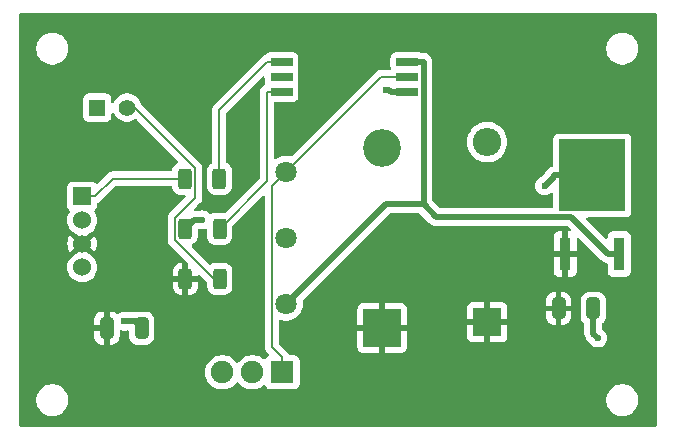
<source format=gbr>
%TF.GenerationSoftware,KiCad,Pcbnew,8.0.1*%
%TF.CreationDate,2024-11-12T01:42:33+00:00*%
%TF.ProjectId,Heating Element,48656174-696e-4672-9045-6c656d656e74,1*%
%TF.SameCoordinates,Original*%
%TF.FileFunction,Copper,L1,Top*%
%TF.FilePolarity,Positive*%
%FSLAX46Y46*%
G04 Gerber Fmt 4.6, Leading zero omitted, Abs format (unit mm)*
G04 Created by KiCad (PCBNEW 8.0.1) date 2024-11-12 01:42:33*
%MOMM*%
%LPD*%
G01*
G04 APERTURE LIST*
G04 Aperture macros list*
%AMRoundRect*
0 Rectangle with rounded corners*
0 $1 Rounding radius*
0 $2 $3 $4 $5 $6 $7 $8 $9 X,Y pos of 4 corners*
0 Add a 4 corners polygon primitive as box body*
4,1,4,$2,$3,$4,$5,$6,$7,$8,$9,$2,$3,0*
0 Add four circle primitives for the rounded corners*
1,1,$1+$1,$2,$3*
1,1,$1+$1,$4,$5*
1,1,$1+$1,$6,$7*
1,1,$1+$1,$8,$9*
0 Add four rect primitives between the rounded corners*
20,1,$1+$1,$2,$3,$4,$5,0*
20,1,$1+$1,$4,$5,$6,$7,0*
20,1,$1+$1,$6,$7,$8,$9,0*
20,1,$1+$1,$8,$9,$2,$3,0*%
G04 Aperture macros list end*
%TA.AperFunction,SMDPad,CuDef*%
%ADD10R,0.970000X2.830000*%
%TD*%
%TA.AperFunction,SMDPad,CuDef*%
%ADD11R,5.630000X6.090000*%
%TD*%
%TA.AperFunction,ComponentPad*%
%ADD12R,1.910000X1.910000*%
%TD*%
%TA.AperFunction,ComponentPad*%
%ADD13C,1.910000*%
%TD*%
%TA.AperFunction,ComponentPad*%
%ADD14C,1.800000*%
%TD*%
%TA.AperFunction,SMDPad,CuDef*%
%ADD15RoundRect,0.250000X-0.312500X-0.625000X0.312500X-0.625000X0.312500X0.625000X-0.312500X0.625000X0*%
%TD*%
%TA.AperFunction,ComponentPad*%
%ADD16R,1.524000X1.524000*%
%TD*%
%TA.AperFunction,ComponentPad*%
%ADD17C,1.524000*%
%TD*%
%TA.AperFunction,SMDPad,CuDef*%
%ADD18R,1.850000X0.650000*%
%TD*%
%TA.AperFunction,ComponentPad*%
%ADD19R,2.400000X2.400000*%
%TD*%
%TA.AperFunction,ComponentPad*%
%ADD20O,2.400000X2.400000*%
%TD*%
%TA.AperFunction,ComponentPad*%
%ADD21R,1.400000X1.400000*%
%TD*%
%TA.AperFunction,ComponentPad*%
%ADD22C,1.400000*%
%TD*%
%TA.AperFunction,ComponentPad*%
%ADD23R,3.200000X3.200000*%
%TD*%
%TA.AperFunction,ComponentPad*%
%ADD24O,3.200000X3.200000*%
%TD*%
%TA.AperFunction,SMDPad,CuDef*%
%ADD25RoundRect,0.250000X-0.325000X-0.650000X0.325000X-0.650000X0.325000X0.650000X-0.325000X0.650000X0*%
%TD*%
%TA.AperFunction,ViaPad*%
%ADD26C,0.600000*%
%TD*%
%TA.AperFunction,Conductor*%
%ADD27C,0.500000*%
%TD*%
%TA.AperFunction,Conductor*%
%ADD28C,0.200000*%
%TD*%
G04 APERTURE END LIST*
D10*
%TO.P,U2,1,IN*%
%TO.N,+24V*%
X142490000Y-99390000D03*
%TO.P,U2,3,OUT*%
%TO.N,/+15V*%
X147070000Y-99390000D03*
D11*
%TO.P,U2,2,GND*%
%TO.N,GND*%
X144780000Y-92740000D03*
%TD*%
D12*
%TO.P,U1,1*%
%TO.N,/VG*%
X118540000Y-109400000D03*
D13*
%TO.P,U1,2*%
%TO.N,/Vdrain*%
X116000000Y-109400000D03*
%TO.P,U1,3*%
%TO.N,GND*%
X113460000Y-109400000D03*
%TD*%
D14*
%TO.P,TP3,1,1*%
%TO.N,/+15V*%
X118872000Y-103632000D03*
%TD*%
%TO.P,TP2,1,1*%
%TO.N,GND*%
X118872000Y-98044000D03*
%TD*%
%TO.P,TP1,1,1*%
%TO.N,/VG*%
X118872000Y-92456000D03*
%TD*%
D15*
%TO.P,R3,1*%
%TO.N,+24V*%
X110325000Y-101500000D03*
%TO.P,R3,2*%
%TO.N,Net-(D2-PadA)*%
X113250000Y-101500000D03*
%TD*%
%TO.P,R2,1*%
%TO.N,GND*%
X110297500Y-97270000D03*
%TO.P,R2,2*%
%TO.N,Net-(IC1-CATHODE)*%
X113222500Y-97270000D03*
%TD*%
%TO.P,R1,1*%
%TO.N,/PWM input*%
X110287500Y-93000000D03*
%TO.P,R1,2*%
%TO.N,Net-(IC1-ANODE)*%
X113212500Y-93000000D03*
%TD*%
D16*
%TO.P,J1,1,Pin_1*%
%TO.N,/PWM input*%
X101600000Y-94520000D03*
D17*
%TO.P,J1,2,Pin_2*%
%TO.N,GND*%
X101600000Y-96520000D03*
%TO.P,J1,3,Pin_3*%
%TO.N,+24V*%
X101600000Y-98520000D03*
%TO.P,J1,4,Pin_4*%
%TO.N,/Vdrain*%
X101600000Y-100520000D03*
%TD*%
D18*
%TO.P,IC1,1,ANODE*%
%TO.N,Net-(IC1-ANODE)*%
X118475000Y-83130000D03*
%TO.P,IC1,2,NC*%
%TO.N,unconnected-(IC1-NC-Pad2)*%
X118475000Y-84400000D03*
%TO.P,IC1,3,CATHODE*%
%TO.N,Net-(IC1-CATHODE)*%
X118475000Y-85670000D03*
%TO.P,IC1,4,VEE*%
%TO.N,GND*%
X129125000Y-85670000D03*
%TO.P,IC1,5,VOUT*%
%TO.N,/VG*%
X129125000Y-84400000D03*
%TO.P,IC1,6,VCC*%
%TO.N,/+15V*%
X129125000Y-83130000D03*
%TD*%
D19*
%TO.P,D3,1,K*%
%TO.N,+24V*%
X135890000Y-105156000D03*
D20*
%TO.P,D3,2,A*%
%TO.N,GND*%
X135890000Y-89916000D03*
%TD*%
D21*
%TO.P,D2,C*%
%TO.N,GND*%
X102860000Y-87000000D03*
D22*
%TO.P,D2,A*%
%TO.N,Net-(D2-PadA)*%
X105400000Y-87000000D03*
%TD*%
D23*
%TO.P,D1,1,K*%
%TO.N,+24V*%
X127000000Y-105664000D03*
D24*
%TO.P,D1,2,A*%
%TO.N,/Vdrain*%
X127000000Y-90424000D03*
%TD*%
D25*
%TO.P,C2,1*%
%TO.N,+24V*%
X141925000Y-104000000D03*
%TO.P,C2,2*%
%TO.N,GND*%
X144875000Y-104000000D03*
%TD*%
%TO.P,C1,1*%
%TO.N,+24V*%
X103681000Y-105664000D03*
%TO.P,C1,2*%
%TO.N,GND*%
X106631000Y-105664000D03*
%TD*%
D26*
%TO.N,GND*%
X145250000Y-106500000D03*
X127286800Y-85533400D03*
X111760000Y-96499600D03*
X140741800Y-93622000D03*
X105156000Y-105084400D03*
%TD*%
D27*
%TO.N,GND*%
X144875000Y-106125000D02*
X144875000Y-104000000D01*
X145250000Y-106500000D02*
X144875000Y-106125000D01*
D28*
%TO.N,/VG*%
X118540000Y-109400000D02*
X118540000Y-108143300D01*
X126928000Y-84400000D02*
X118872000Y-92456000D01*
X129125000Y-84400000D02*
X126928000Y-84400000D01*
X117660900Y-107264200D02*
X118540000Y-108143300D01*
X117660900Y-93667100D02*
X117660900Y-107264200D01*
X118872000Y-92456000D02*
X117660900Y-93667100D01*
D27*
%TO.N,/+15V*%
X129125000Y-83130000D02*
X130501700Y-83130000D01*
X130501700Y-83130000D02*
X130501700Y-95190500D01*
X127313500Y-95190500D02*
X130501700Y-95190500D01*
X118872000Y-103632000D02*
X127313500Y-95190500D01*
X131568400Y-96257200D02*
X130501700Y-95190500D01*
X143000500Y-96257200D02*
X131568400Y-96257200D01*
X146133300Y-99390000D02*
X143000500Y-96257200D01*
X147070000Y-99390000D02*
X146133300Y-99390000D01*
D28*
%TO.N,Net-(IC1-ANODE)*%
X113212500Y-87165800D02*
X113212500Y-93000000D01*
X117248300Y-83130000D02*
X113212500Y-87165800D01*
X118475000Y-83130000D02*
X117248300Y-83130000D01*
%TO.N,Net-(D2-PadA)*%
X112759400Y-101500000D02*
X113250000Y-101500000D01*
X109432200Y-98172800D02*
X112759400Y-101500000D01*
X109432200Y-96351400D02*
X109432200Y-98172800D01*
X111160500Y-94623100D02*
X109432200Y-96351400D01*
X111160500Y-92109400D02*
X111160500Y-94623100D01*
X106051100Y-87000000D02*
X111160500Y-92109400D01*
X105400000Y-87000000D02*
X106051100Y-87000000D01*
%TO.N,Net-(IC1-CATHODE)*%
X117248300Y-93244200D02*
X113222500Y-97270000D01*
X117248300Y-85670000D02*
X117248300Y-93244200D01*
X118475000Y-85670000D02*
X117248300Y-85670000D01*
%TO.N,/PWM input*%
X104183700Y-93000000D02*
X110287500Y-93000000D01*
X102663700Y-94520000D02*
X104183700Y-93000000D01*
X101600000Y-94520000D02*
X102663700Y-94520000D01*
D27*
%TO.N,GND*%
X127611700Y-85533400D02*
X127748300Y-85670000D01*
X127286800Y-85533400D02*
X127611700Y-85533400D01*
X129125000Y-85670000D02*
X127748300Y-85670000D01*
X111067900Y-96499600D02*
X110297500Y-97270000D01*
X111760000Y-96499600D02*
X111067900Y-96499600D01*
X144780000Y-92740000D02*
X141513300Y-92740000D01*
X106051400Y-105084400D02*
X106631000Y-105664000D01*
X105156000Y-105084400D02*
X106051400Y-105084400D01*
X141513300Y-92850500D02*
X140741800Y-93622000D01*
X141513300Y-92740000D02*
X141513300Y-92850500D01*
%TD*%
%TA.AperFunction,Conductor*%
%TO.N,+24V*%
G36*
X150192539Y-79020185D02*
G01*
X150238294Y-79072989D01*
X150249500Y-79124500D01*
X150249500Y-113875500D01*
X150229815Y-113942539D01*
X150177011Y-113988294D01*
X150125500Y-113999500D01*
X96374500Y-113999500D01*
X96307461Y-113979815D01*
X96261706Y-113927011D01*
X96250500Y-113875500D01*
X96250500Y-111866286D01*
X97709500Y-111866286D01*
X97742753Y-112076239D01*
X97808444Y-112278414D01*
X97904951Y-112467820D01*
X98029890Y-112639786D01*
X98180213Y-112790109D01*
X98352179Y-112915048D01*
X98352181Y-112915049D01*
X98352184Y-112915051D01*
X98541588Y-113011557D01*
X98743757Y-113077246D01*
X98953713Y-113110500D01*
X98953714Y-113110500D01*
X99166286Y-113110500D01*
X99166287Y-113110500D01*
X99376243Y-113077246D01*
X99578412Y-113011557D01*
X99767816Y-112915051D01*
X99789789Y-112899086D01*
X99939786Y-112790109D01*
X99939788Y-112790106D01*
X99939792Y-112790104D01*
X100090104Y-112639792D01*
X100090106Y-112639788D01*
X100090109Y-112639786D01*
X100215048Y-112467820D01*
X100215047Y-112467820D01*
X100215051Y-112467816D01*
X100311557Y-112278412D01*
X100377246Y-112076243D01*
X100410500Y-111866287D01*
X100410500Y-111866286D01*
X145969500Y-111866286D01*
X146002753Y-112076239D01*
X146068444Y-112278414D01*
X146164951Y-112467820D01*
X146289890Y-112639786D01*
X146440213Y-112790109D01*
X146612179Y-112915048D01*
X146612181Y-112915049D01*
X146612184Y-112915051D01*
X146801588Y-113011557D01*
X147003757Y-113077246D01*
X147213713Y-113110500D01*
X147213714Y-113110500D01*
X147426286Y-113110500D01*
X147426287Y-113110500D01*
X147636243Y-113077246D01*
X147838412Y-113011557D01*
X148027816Y-112915051D01*
X148049789Y-112899086D01*
X148199786Y-112790109D01*
X148199788Y-112790106D01*
X148199792Y-112790104D01*
X148350104Y-112639792D01*
X148350106Y-112639788D01*
X148350109Y-112639786D01*
X148475048Y-112467820D01*
X148475047Y-112467820D01*
X148475051Y-112467816D01*
X148571557Y-112278412D01*
X148637246Y-112076243D01*
X148670500Y-111866287D01*
X148670500Y-111653713D01*
X148637246Y-111443757D01*
X148571557Y-111241588D01*
X148475051Y-111052184D01*
X148475049Y-111052181D01*
X148475048Y-111052179D01*
X148350109Y-110880213D01*
X148199786Y-110729890D01*
X148027820Y-110604951D01*
X147838414Y-110508444D01*
X147838413Y-110508443D01*
X147838412Y-110508443D01*
X147636243Y-110442754D01*
X147636241Y-110442753D01*
X147636240Y-110442753D01*
X147474957Y-110417208D01*
X147426287Y-110409500D01*
X147213713Y-110409500D01*
X147165042Y-110417208D01*
X147003760Y-110442753D01*
X146801585Y-110508444D01*
X146612179Y-110604951D01*
X146440213Y-110729890D01*
X146289890Y-110880213D01*
X146164951Y-111052179D01*
X146068444Y-111241585D01*
X146002753Y-111443760D01*
X145969500Y-111653713D01*
X145969500Y-111866286D01*
X100410500Y-111866286D01*
X100410500Y-111653713D01*
X100377246Y-111443757D01*
X100311557Y-111241588D01*
X100215051Y-111052184D01*
X100215049Y-111052181D01*
X100215048Y-111052179D01*
X100090109Y-110880213D01*
X99939786Y-110729890D01*
X99767820Y-110604951D01*
X99578414Y-110508444D01*
X99578413Y-110508443D01*
X99578412Y-110508443D01*
X99376243Y-110442754D01*
X99376241Y-110442753D01*
X99376240Y-110442753D01*
X99214957Y-110417208D01*
X99166287Y-110409500D01*
X98953713Y-110409500D01*
X98905042Y-110417208D01*
X98743760Y-110442753D01*
X98541585Y-110508444D01*
X98352179Y-110604951D01*
X98180213Y-110729890D01*
X98029890Y-110880213D01*
X97904951Y-111052179D01*
X97808444Y-111241585D01*
X97742753Y-111443760D01*
X97709500Y-111653713D01*
X97709500Y-111866286D01*
X96250500Y-111866286D01*
X96250500Y-105914000D01*
X102606001Y-105914000D01*
X102606001Y-106363986D01*
X102616494Y-106466697D01*
X102671641Y-106633119D01*
X102671643Y-106633124D01*
X102763684Y-106782345D01*
X102887654Y-106906315D01*
X103036875Y-106998356D01*
X103036880Y-106998358D01*
X103203302Y-107053505D01*
X103203309Y-107053506D01*
X103306019Y-107063999D01*
X103430999Y-107063999D01*
X103931000Y-107063999D01*
X104055972Y-107063999D01*
X104055986Y-107063998D01*
X104158697Y-107053505D01*
X104325119Y-106998358D01*
X104325124Y-106998356D01*
X104474345Y-106906315D01*
X104598315Y-106782345D01*
X104690356Y-106633124D01*
X104690358Y-106633119D01*
X104745505Y-106466697D01*
X104745506Y-106466690D01*
X104755999Y-106363986D01*
X104755999Y-105967287D01*
X104775683Y-105900248D01*
X104828487Y-105854493D01*
X104897646Y-105844549D01*
X104920952Y-105850245D01*
X104933092Y-105854493D01*
X104976740Y-105869767D01*
X104976750Y-105869769D01*
X105155996Y-105889965D01*
X105156000Y-105889965D01*
X105156004Y-105889965D01*
X105335249Y-105869769D01*
X105335252Y-105869768D01*
X105335255Y-105869768D01*
X105335256Y-105869767D01*
X105335259Y-105869767D01*
X105378908Y-105854493D01*
X105390545Y-105850420D01*
X105460324Y-105846858D01*
X105520952Y-105881586D01*
X105553179Y-105943580D01*
X105555501Y-105967462D01*
X105555501Y-106364018D01*
X105566000Y-106466796D01*
X105566001Y-106466799D01*
X105621185Y-106633331D01*
X105621187Y-106633336D01*
X105649510Y-106679255D01*
X105713288Y-106782656D01*
X105837344Y-106906712D01*
X105986666Y-106998814D01*
X106153203Y-107053999D01*
X106255991Y-107064500D01*
X107006008Y-107064499D01*
X107006016Y-107064498D01*
X107006019Y-107064498D01*
X107062302Y-107058748D01*
X107108797Y-107053999D01*
X107275334Y-106998814D01*
X107424656Y-106906712D01*
X107548712Y-106782656D01*
X107640814Y-106633334D01*
X107695999Y-106466797D01*
X107706500Y-106364009D01*
X107706499Y-104963992D01*
X107705585Y-104955049D01*
X107695999Y-104861203D01*
X107695998Y-104861200D01*
X107676612Y-104802697D01*
X107640814Y-104694666D01*
X107548712Y-104545344D01*
X107424656Y-104421288D01*
X107275334Y-104329186D01*
X107108797Y-104274001D01*
X107108795Y-104274000D01*
X107006010Y-104263500D01*
X106255998Y-104263500D01*
X106255980Y-104263501D01*
X106153203Y-104274000D01*
X106153200Y-104274001D01*
X105991433Y-104327606D01*
X105952429Y-104333900D01*
X105455972Y-104333900D01*
X105415017Y-104326942D01*
X105335254Y-104299031D01*
X105335249Y-104299030D01*
X105156004Y-104278835D01*
X105155996Y-104278835D01*
X104976750Y-104299030D01*
X104976745Y-104299031D01*
X104806476Y-104358611D01*
X104647842Y-104458289D01*
X104646229Y-104455723D01*
X104593790Y-104476935D01*
X104525136Y-104463957D01*
X104493881Y-104441220D01*
X104474345Y-104421684D01*
X104325124Y-104329643D01*
X104325119Y-104329641D01*
X104158697Y-104274494D01*
X104158690Y-104274493D01*
X104055986Y-104264000D01*
X103931000Y-104264000D01*
X103931000Y-107063999D01*
X103430999Y-107063999D01*
X103431000Y-107063998D01*
X103431000Y-105914000D01*
X102606001Y-105914000D01*
X96250500Y-105914000D01*
X96250500Y-105414000D01*
X102606000Y-105414000D01*
X103431000Y-105414000D01*
X103431000Y-104264000D01*
X103306027Y-104264000D01*
X103306012Y-104264001D01*
X103203302Y-104274494D01*
X103036880Y-104329641D01*
X103036875Y-104329643D01*
X102887654Y-104421684D01*
X102763684Y-104545654D01*
X102671643Y-104694875D01*
X102671641Y-104694880D01*
X102616494Y-104861302D01*
X102616493Y-104861309D01*
X102606000Y-104964013D01*
X102606000Y-105414000D01*
X96250500Y-105414000D01*
X96250500Y-100520002D01*
X100332677Y-100520002D01*
X100351929Y-100740062D01*
X100351930Y-100740070D01*
X100409104Y-100953445D01*
X100409105Y-100953447D01*
X100409106Y-100953450D01*
X100452885Y-101047335D01*
X100502466Y-101153662D01*
X100502468Y-101153666D01*
X100629170Y-101334615D01*
X100629175Y-101334621D01*
X100785378Y-101490824D01*
X100785384Y-101490829D01*
X100966333Y-101617531D01*
X100966335Y-101617532D01*
X100966338Y-101617534D01*
X101166550Y-101710894D01*
X101379932Y-101768070D01*
X101537123Y-101781822D01*
X101599998Y-101787323D01*
X101600000Y-101787323D01*
X101600002Y-101787323D01*
X101655017Y-101782509D01*
X101820068Y-101768070D01*
X101887506Y-101750000D01*
X109262501Y-101750000D01*
X109262501Y-102174986D01*
X109272994Y-102277697D01*
X109328141Y-102444119D01*
X109328143Y-102444124D01*
X109420184Y-102593345D01*
X109544154Y-102717315D01*
X109693375Y-102809356D01*
X109693380Y-102809358D01*
X109859802Y-102864505D01*
X109859809Y-102864506D01*
X109962519Y-102874999D01*
X110074999Y-102874999D01*
X110075000Y-102874998D01*
X110075000Y-101750000D01*
X110575000Y-101750000D01*
X110575000Y-102874999D01*
X110687472Y-102874999D01*
X110687486Y-102874998D01*
X110790197Y-102864505D01*
X110956619Y-102809358D01*
X110956624Y-102809356D01*
X111105845Y-102717315D01*
X111229815Y-102593345D01*
X111321856Y-102444124D01*
X111321858Y-102444119D01*
X111377005Y-102277697D01*
X111377006Y-102277690D01*
X111387499Y-102174986D01*
X111387500Y-102174973D01*
X111387500Y-101750000D01*
X110575000Y-101750000D01*
X110075000Y-101750000D01*
X109262501Y-101750000D01*
X101887506Y-101750000D01*
X102033450Y-101710894D01*
X102233662Y-101617534D01*
X102414620Y-101490826D01*
X102570826Y-101334620D01*
X102630077Y-101250000D01*
X109262500Y-101250000D01*
X110075000Y-101250000D01*
X110075000Y-100125000D01*
X109962527Y-100125000D01*
X109962512Y-100125001D01*
X109859802Y-100135494D01*
X109693380Y-100190641D01*
X109693375Y-100190643D01*
X109544154Y-100282684D01*
X109420184Y-100406654D01*
X109328143Y-100555875D01*
X109328141Y-100555880D01*
X109272994Y-100722302D01*
X109272993Y-100722309D01*
X109262500Y-100825013D01*
X109262500Y-101250000D01*
X102630077Y-101250000D01*
X102697534Y-101153662D01*
X102790894Y-100953450D01*
X102848070Y-100740068D01*
X102867323Y-100520000D01*
X102848070Y-100299932D01*
X102790894Y-100086550D01*
X102697534Y-99886339D01*
X102570826Y-99705380D01*
X102414620Y-99549174D01*
X102414616Y-99549171D01*
X102414615Y-99549170D01*
X102233666Y-99422468D01*
X102233662Y-99422466D01*
X102094679Y-99357657D01*
X102059403Y-99332956D01*
X101627448Y-98901000D01*
X101650160Y-98901000D01*
X101747061Y-98875036D01*
X101833940Y-98824876D01*
X101904876Y-98753940D01*
X101955036Y-98667061D01*
X101981000Y-98570160D01*
X101981000Y-98547447D01*
X102651741Y-99218188D01*
X102697094Y-99153417D01*
X102697100Y-99153407D01*
X102790419Y-98953284D01*
X102790424Y-98953270D01*
X102847573Y-98739986D01*
X102847575Y-98739976D01*
X102866821Y-98520000D01*
X102866821Y-98519999D01*
X102847575Y-98300023D01*
X102847573Y-98300013D01*
X102790424Y-98086729D01*
X102790420Y-98086720D01*
X102697096Y-97886586D01*
X102651741Y-97821811D01*
X102651740Y-97821810D01*
X101981000Y-98492551D01*
X101981000Y-98469840D01*
X101955036Y-98372939D01*
X101904876Y-98286060D01*
X101833940Y-98215124D01*
X101747061Y-98164964D01*
X101650160Y-98139000D01*
X101627445Y-98139000D01*
X102059401Y-97707043D01*
X102094676Y-97682343D01*
X102233662Y-97617534D01*
X102414620Y-97490826D01*
X102570826Y-97334620D01*
X102697534Y-97153662D01*
X102790894Y-96953450D01*
X102848070Y-96740068D01*
X102867323Y-96520000D01*
X102848070Y-96299932D01*
X102790894Y-96086550D01*
X102697534Y-95886339D01*
X102660625Y-95833628D01*
X102638300Y-95767425D01*
X102655310Y-95699658D01*
X102687889Y-95663244D01*
X102719546Y-95639546D01*
X102805796Y-95524331D01*
X102856091Y-95389483D01*
X102862500Y-95329873D01*
X102862499Y-95170210D01*
X102882183Y-95103172D01*
X102924494Y-95062827D01*
X102945604Y-95050639D01*
X103032416Y-95000520D01*
X103144220Y-94888716D01*
X103144220Y-94888714D01*
X103154428Y-94878507D01*
X103154429Y-94878504D01*
X104396117Y-93636819D01*
X104457440Y-93603334D01*
X104483798Y-93600500D01*
X109104911Y-93600500D01*
X109171950Y-93620185D01*
X109217705Y-93672989D01*
X109228269Y-93711898D01*
X109235001Y-93777797D01*
X109235001Y-93777799D01*
X109290185Y-93944331D01*
X109290187Y-93944336D01*
X109325069Y-94000888D01*
X109382288Y-94093656D01*
X109506344Y-94217712D01*
X109655666Y-94309814D01*
X109822203Y-94364999D01*
X109924991Y-94375500D01*
X110259503Y-94375499D01*
X110326541Y-94395183D01*
X110372296Y-94447987D01*
X110382240Y-94517146D01*
X110353215Y-94580701D01*
X110347183Y-94587180D01*
X109063486Y-95870878D01*
X108951681Y-95982682D01*
X108951677Y-95982687D01*
X108904115Y-96065069D01*
X108904115Y-96065070D01*
X108872623Y-96119614D01*
X108866478Y-96142547D01*
X108831699Y-96272343D01*
X108831699Y-96272345D01*
X108831699Y-96440446D01*
X108831700Y-96440459D01*
X108831700Y-98086130D01*
X108831699Y-98086148D01*
X108831699Y-98251854D01*
X108831698Y-98251854D01*
X108872623Y-98404585D01*
X108901558Y-98454700D01*
X108901559Y-98454704D01*
X108901560Y-98454704D01*
X108939257Y-98519999D01*
X108951679Y-98541514D01*
X108951681Y-98541517D01*
X109070549Y-98660385D01*
X109070555Y-98660390D01*
X110538681Y-100128516D01*
X110572166Y-100189839D01*
X110575000Y-100216197D01*
X110575000Y-101250000D01*
X111387499Y-101250000D01*
X111398596Y-101238902D01*
X111407184Y-101209657D01*
X111459988Y-101163902D01*
X111529146Y-101153958D01*
X111592702Y-101182983D01*
X111599180Y-101189015D01*
X112150681Y-101740516D01*
X112184166Y-101801839D01*
X112187000Y-101828197D01*
X112187000Y-102175001D01*
X112187001Y-102175019D01*
X112197500Y-102277796D01*
X112197501Y-102277799D01*
X112207392Y-102307647D01*
X112252686Y-102444334D01*
X112344788Y-102593656D01*
X112468844Y-102717712D01*
X112618166Y-102809814D01*
X112784703Y-102864999D01*
X112887491Y-102875500D01*
X113612508Y-102875499D01*
X113612516Y-102875498D01*
X113612519Y-102875498D01*
X113668802Y-102869748D01*
X113715297Y-102864999D01*
X113881834Y-102809814D01*
X114031156Y-102717712D01*
X114155212Y-102593656D01*
X114247314Y-102444334D01*
X114302499Y-102277797D01*
X114313000Y-102175009D01*
X114312999Y-100824992D01*
X114302499Y-100722203D01*
X114247314Y-100555666D01*
X114155212Y-100406344D01*
X114031156Y-100282288D01*
X113881834Y-100190186D01*
X113715297Y-100135001D01*
X113715295Y-100135000D01*
X113612510Y-100124500D01*
X112887498Y-100124500D01*
X112887480Y-100124501D01*
X112784703Y-100135000D01*
X112784700Y-100135001D01*
X112618168Y-100190185D01*
X112618159Y-100190189D01*
X112504097Y-100260543D01*
X112436704Y-100278983D01*
X112370041Y-100258060D01*
X112351320Y-100242685D01*
X110890275Y-98781640D01*
X110856790Y-98720317D01*
X110861774Y-98650625D01*
X110903646Y-98594692D01*
X110925561Y-98581573D01*
X110929327Y-98579816D01*
X110929334Y-98579814D01*
X111078656Y-98487712D01*
X111202712Y-98363656D01*
X111294814Y-98214334D01*
X111349999Y-98047797D01*
X111360500Y-97945009D01*
X111360499Y-97382661D01*
X111380183Y-97315623D01*
X111432987Y-97269868D01*
X111502146Y-97259924D01*
X111525453Y-97265620D01*
X111533302Y-97268367D01*
X111580740Y-97284967D01*
X111580750Y-97284969D01*
X111759996Y-97305165D01*
X111760000Y-97305165D01*
X111760004Y-97305165D01*
X111939249Y-97284969D01*
X111939250Y-97284968D01*
X111939255Y-97284968D01*
X111994545Y-97265620D01*
X112064322Y-97262058D01*
X112124950Y-97296786D01*
X112157178Y-97358779D01*
X112159500Y-97382662D01*
X112159500Y-97945001D01*
X112159501Y-97945019D01*
X112170000Y-98047796D01*
X112170001Y-98047799D01*
X112208826Y-98164964D01*
X112225186Y-98214334D01*
X112317288Y-98363656D01*
X112441344Y-98487712D01*
X112590666Y-98579814D01*
X112757203Y-98634999D01*
X112859991Y-98645500D01*
X113585008Y-98645499D01*
X113585016Y-98645498D01*
X113585019Y-98645498D01*
X113641302Y-98639748D01*
X113687797Y-98634999D01*
X113854334Y-98579814D01*
X114003656Y-98487712D01*
X114127712Y-98363656D01*
X114219814Y-98214334D01*
X114274999Y-98047797D01*
X114285500Y-97945009D01*
X114285499Y-97107595D01*
X114305183Y-97040557D01*
X114321813Y-97019920D01*
X116848721Y-94493013D01*
X116910042Y-94459530D01*
X116979734Y-94464514D01*
X117035667Y-94506386D01*
X117060084Y-94571850D01*
X117060400Y-94580696D01*
X117060400Y-107177530D01*
X117060399Y-107177548D01*
X117060399Y-107343254D01*
X117060398Y-107343254D01*
X117067934Y-107371379D01*
X117101323Y-107495985D01*
X117128352Y-107542800D01*
X117173610Y-107621190D01*
X117180379Y-107632914D01*
X117180381Y-107632917D01*
X117299249Y-107751785D01*
X117299255Y-107751790D01*
X117359288Y-107811823D01*
X117392773Y-107873146D01*
X117387789Y-107942838D01*
X117345919Y-107998770D01*
X117227452Y-108087455D01*
X117141206Y-108202664D01*
X117141202Y-108202672D01*
X117130528Y-108231289D01*
X117088655Y-108287222D01*
X117023190Y-108311637D01*
X116954918Y-108296784D01*
X116938185Y-108285806D01*
X116798819Y-108177333D01*
X116798808Y-108177326D01*
X116586677Y-108062527D01*
X116586674Y-108062525D01*
X116586671Y-108062524D01*
X116586668Y-108062523D01*
X116586666Y-108062522D01*
X116358531Y-107984203D01*
X116146877Y-107948884D01*
X116120606Y-107944500D01*
X115879394Y-107944500D01*
X115853123Y-107948884D01*
X115641468Y-107984203D01*
X115413333Y-108062522D01*
X115413322Y-108062527D01*
X115201191Y-108177326D01*
X115201180Y-108177333D01*
X115010844Y-108325478D01*
X115010841Y-108325481D01*
X115010838Y-108325483D01*
X115010838Y-108325484D01*
X114847470Y-108502950D01*
X114833806Y-108523863D01*
X114780661Y-108569218D01*
X114711430Y-108578641D01*
X114648094Y-108549138D01*
X114626194Y-108523864D01*
X114612530Y-108502950D01*
X114449162Y-108325484D01*
X114449157Y-108325480D01*
X114449155Y-108325478D01*
X114258819Y-108177333D01*
X114258808Y-108177326D01*
X114046677Y-108062527D01*
X114046674Y-108062525D01*
X114046671Y-108062524D01*
X114046668Y-108062523D01*
X114046666Y-108062522D01*
X113818531Y-107984203D01*
X113606877Y-107948884D01*
X113580606Y-107944500D01*
X113339394Y-107944500D01*
X113313123Y-107948884D01*
X113101468Y-107984203D01*
X112873333Y-108062522D01*
X112873322Y-108062527D01*
X112661191Y-108177326D01*
X112661180Y-108177333D01*
X112470844Y-108325478D01*
X112470841Y-108325481D01*
X112307467Y-108502953D01*
X112175537Y-108704888D01*
X112078645Y-108925779D01*
X112019430Y-109159615D01*
X111999512Y-109399994D01*
X111999512Y-109400005D01*
X112019430Y-109640384D01*
X112019430Y-109640387D01*
X112019431Y-109640388D01*
X112078645Y-109874220D01*
X112175539Y-110095115D01*
X112190000Y-110117249D01*
X112307466Y-110297045D01*
X112307470Y-110297050D01*
X112470838Y-110474516D01*
X112470841Y-110474518D01*
X112470844Y-110474521D01*
X112661180Y-110622666D01*
X112661187Y-110622670D01*
X112661189Y-110622672D01*
X112873329Y-110737476D01*
X113101471Y-110815797D01*
X113339394Y-110855500D01*
X113339395Y-110855500D01*
X113580605Y-110855500D01*
X113580606Y-110855500D01*
X113818529Y-110815797D01*
X114046671Y-110737476D01*
X114258811Y-110622672D01*
X114449162Y-110474516D01*
X114612530Y-110297050D01*
X114626191Y-110276139D01*
X114679336Y-110230784D01*
X114748567Y-110221359D01*
X114811903Y-110250860D01*
X114833807Y-110276138D01*
X114847470Y-110297050D01*
X115010838Y-110474516D01*
X115010841Y-110474518D01*
X115010844Y-110474521D01*
X115201180Y-110622666D01*
X115201187Y-110622670D01*
X115201189Y-110622672D01*
X115413329Y-110737476D01*
X115641471Y-110815797D01*
X115879394Y-110855500D01*
X115879395Y-110855500D01*
X116120605Y-110855500D01*
X116120606Y-110855500D01*
X116358529Y-110815797D01*
X116586671Y-110737476D01*
X116798811Y-110622672D01*
X116938185Y-110514192D01*
X117003178Y-110488550D01*
X117071718Y-110502116D01*
X117122043Y-110550584D01*
X117130528Y-110568711D01*
X117141201Y-110597325D01*
X117141206Y-110597335D01*
X117227452Y-110712544D01*
X117227455Y-110712547D01*
X117342664Y-110798793D01*
X117342671Y-110798797D01*
X117477517Y-110849091D01*
X117477516Y-110849091D01*
X117484444Y-110849835D01*
X117537127Y-110855500D01*
X119542872Y-110855499D01*
X119602483Y-110849091D01*
X119737331Y-110798796D01*
X119852546Y-110712546D01*
X119938796Y-110597331D01*
X119989091Y-110462483D01*
X119995500Y-110402873D01*
X119995499Y-108397128D01*
X119989091Y-108337517D01*
X119979438Y-108311637D01*
X119938797Y-108202671D01*
X119938793Y-108202664D01*
X119852547Y-108087455D01*
X119852544Y-108087452D01*
X119737335Y-108001206D01*
X119737328Y-108001202D01*
X119602482Y-107950908D01*
X119602483Y-107950908D01*
X119542883Y-107944501D01*
X119542881Y-107944500D01*
X119542873Y-107944500D01*
X119542865Y-107944500D01*
X119190212Y-107944500D01*
X119123173Y-107924815D01*
X119082825Y-107882500D01*
X119048921Y-107823777D01*
X119048920Y-107823776D01*
X119042019Y-107811823D01*
X119020520Y-107774584D01*
X118908716Y-107662780D01*
X118908715Y-107662779D01*
X118904385Y-107658449D01*
X118904374Y-107658439D01*
X118557779Y-107311844D01*
X124900000Y-107311844D01*
X124906401Y-107371372D01*
X124906403Y-107371379D01*
X124956645Y-107506086D01*
X124956649Y-107506093D01*
X125042809Y-107621187D01*
X125042812Y-107621190D01*
X125157906Y-107707350D01*
X125157913Y-107707354D01*
X125292620Y-107757596D01*
X125292627Y-107757598D01*
X125352155Y-107763999D01*
X125352172Y-107764000D01*
X126750000Y-107764000D01*
X126750000Y-106426360D01*
X126766649Y-106433257D01*
X126921207Y-106464000D01*
X127078793Y-106464000D01*
X127233351Y-106433257D01*
X127250000Y-106426360D01*
X127250000Y-107764000D01*
X128647828Y-107764000D01*
X128647844Y-107763999D01*
X128707372Y-107757598D01*
X128707379Y-107757596D01*
X128842086Y-107707354D01*
X128842093Y-107707350D01*
X128957187Y-107621190D01*
X128957190Y-107621187D01*
X129043350Y-107506093D01*
X129043354Y-107506086D01*
X129093596Y-107371379D01*
X129093598Y-107371372D01*
X129099999Y-107311844D01*
X129100000Y-107311827D01*
X129100000Y-106403844D01*
X134190000Y-106403844D01*
X134196401Y-106463372D01*
X134196403Y-106463379D01*
X134246645Y-106598086D01*
X134246649Y-106598093D01*
X134332809Y-106713187D01*
X134332812Y-106713190D01*
X134447906Y-106799350D01*
X134447913Y-106799354D01*
X134582620Y-106849596D01*
X134582627Y-106849598D01*
X134642155Y-106855999D01*
X134642172Y-106856000D01*
X135640000Y-106856000D01*
X135640000Y-105704482D01*
X135658409Y-105715111D01*
X135811009Y-105756000D01*
X135968991Y-105756000D01*
X136121591Y-105715111D01*
X136140000Y-105704482D01*
X136140000Y-106856000D01*
X137137828Y-106856000D01*
X137137844Y-106855999D01*
X137197372Y-106849598D01*
X137197379Y-106849596D01*
X137332086Y-106799354D01*
X137332093Y-106799350D01*
X137447187Y-106713190D01*
X137447190Y-106713187D01*
X137533350Y-106598093D01*
X137533354Y-106598086D01*
X137583596Y-106463379D01*
X137583598Y-106463372D01*
X137589999Y-106403844D01*
X137590000Y-106403827D01*
X137590000Y-105406000D01*
X136438482Y-105406000D01*
X136449111Y-105387591D01*
X136490000Y-105234991D01*
X136490000Y-105077009D01*
X136449111Y-104924409D01*
X136438482Y-104906000D01*
X137590000Y-104906000D01*
X137590000Y-104250000D01*
X140850001Y-104250000D01*
X140850001Y-104699986D01*
X140860494Y-104802697D01*
X140915641Y-104969119D01*
X140915643Y-104969124D01*
X141007684Y-105118345D01*
X141131654Y-105242315D01*
X141280875Y-105334356D01*
X141280880Y-105334358D01*
X141447302Y-105389505D01*
X141447309Y-105389506D01*
X141550019Y-105399999D01*
X141674999Y-105399999D01*
X141675000Y-105399998D01*
X141675000Y-104250000D01*
X142175000Y-104250000D01*
X142175000Y-105399999D01*
X142299972Y-105399999D01*
X142299986Y-105399998D01*
X142402697Y-105389505D01*
X142569119Y-105334358D01*
X142569124Y-105334356D01*
X142718345Y-105242315D01*
X142842315Y-105118345D01*
X142934356Y-104969124D01*
X142934358Y-104969119D01*
X142989505Y-104802697D01*
X142989506Y-104802690D01*
X142999997Y-104700001D01*
X143799500Y-104700001D01*
X143799501Y-104700018D01*
X143810000Y-104802796D01*
X143810001Y-104802799D01*
X143840219Y-104893989D01*
X143865186Y-104969334D01*
X143957096Y-105118345D01*
X143957289Y-105118657D01*
X144086451Y-105247819D01*
X144084559Y-105249710D01*
X144117774Y-105296583D01*
X144124500Y-105336867D01*
X144124500Y-106198918D01*
X144124500Y-106198920D01*
X144124499Y-106198920D01*
X144153340Y-106343907D01*
X144153343Y-106343917D01*
X144209913Y-106480490D01*
X144209914Y-106480491D01*
X144209916Y-106480495D01*
X144222949Y-106500000D01*
X144288491Y-106598093D01*
X144292051Y-106603420D01*
X144292052Y-106603421D01*
X144496692Y-106808060D01*
X144519356Y-106844123D01*
X144521186Y-106843242D01*
X144524208Y-106849516D01*
X144524210Y-106849519D01*
X144524211Y-106849522D01*
X144620184Y-107002262D01*
X144747738Y-107129816D01*
X144900478Y-107225789D01*
X145070745Y-107285368D01*
X145070750Y-107285369D01*
X145249996Y-107305565D01*
X145250000Y-107305565D01*
X145250004Y-107305565D01*
X145429249Y-107285369D01*
X145429252Y-107285368D01*
X145429255Y-107285368D01*
X145599522Y-107225789D01*
X145752262Y-107129816D01*
X145879816Y-107002262D01*
X145975789Y-106849522D01*
X146035368Y-106679255D01*
X146040543Y-106633331D01*
X146055565Y-106500000D01*
X146055565Y-106499996D01*
X146035369Y-106320750D01*
X146035368Y-106320745D01*
X146023001Y-106285401D01*
X145975789Y-106150478D01*
X145879816Y-105997738D01*
X145752262Y-105870184D01*
X145751600Y-105869768D01*
X145683527Y-105826994D01*
X145637236Y-105774659D01*
X145625500Y-105722001D01*
X145625500Y-105336867D01*
X145645185Y-105269828D01*
X145664386Y-105248656D01*
X145663549Y-105247819D01*
X145676377Y-105234991D01*
X145792712Y-105118656D01*
X145884814Y-104969334D01*
X145939999Y-104802797D01*
X145950500Y-104700009D01*
X145950499Y-103299992D01*
X145939999Y-103197203D01*
X145884814Y-103030666D01*
X145792712Y-102881344D01*
X145668656Y-102757288D01*
X145519334Y-102665186D01*
X145352797Y-102610001D01*
X145352795Y-102610000D01*
X145250010Y-102599500D01*
X144499998Y-102599500D01*
X144499980Y-102599501D01*
X144397203Y-102610000D01*
X144397200Y-102610001D01*
X144230668Y-102665185D01*
X144230663Y-102665187D01*
X144081342Y-102757289D01*
X143957289Y-102881342D01*
X143865187Y-103030663D01*
X143865185Y-103030668D01*
X143865115Y-103030880D01*
X143810001Y-103197203D01*
X143810001Y-103197204D01*
X143810000Y-103197204D01*
X143799500Y-103299983D01*
X143799500Y-104700001D01*
X142999997Y-104700001D01*
X142999999Y-104699986D01*
X143000000Y-104699973D01*
X143000000Y-104250000D01*
X142175000Y-104250000D01*
X141675000Y-104250000D01*
X140850001Y-104250000D01*
X137590000Y-104250000D01*
X137590000Y-103908172D01*
X137589999Y-103908155D01*
X137583598Y-103848627D01*
X137583596Y-103848620D01*
X137546813Y-103750000D01*
X140850000Y-103750000D01*
X141675000Y-103750000D01*
X141675000Y-102600000D01*
X142175000Y-102600000D01*
X142175000Y-103750000D01*
X142999999Y-103750000D01*
X142999999Y-103300028D01*
X142999998Y-103300013D01*
X142989505Y-103197302D01*
X142934358Y-103030880D01*
X142934356Y-103030875D01*
X142842315Y-102881654D01*
X142718345Y-102757684D01*
X142569124Y-102665643D01*
X142569119Y-102665641D01*
X142402697Y-102610494D01*
X142402690Y-102610493D01*
X142299986Y-102600000D01*
X142175000Y-102600000D01*
X141675000Y-102600000D01*
X141550027Y-102600000D01*
X141550012Y-102600001D01*
X141447302Y-102610494D01*
X141280880Y-102665641D01*
X141280875Y-102665643D01*
X141131654Y-102757684D01*
X141007684Y-102881654D01*
X140915643Y-103030875D01*
X140915641Y-103030880D01*
X140860494Y-103197302D01*
X140860493Y-103197309D01*
X140850000Y-103300013D01*
X140850000Y-103750000D01*
X137546813Y-103750000D01*
X137533354Y-103713913D01*
X137533350Y-103713906D01*
X137447190Y-103598812D01*
X137447187Y-103598809D01*
X137332093Y-103512649D01*
X137332086Y-103512645D01*
X137197379Y-103462403D01*
X137197372Y-103462401D01*
X137137844Y-103456000D01*
X136140000Y-103456000D01*
X136140000Y-104607517D01*
X136121591Y-104596889D01*
X135968991Y-104556000D01*
X135811009Y-104556000D01*
X135658409Y-104596889D01*
X135640000Y-104607517D01*
X135640000Y-103456000D01*
X134642155Y-103456000D01*
X134582627Y-103462401D01*
X134582620Y-103462403D01*
X134447913Y-103512645D01*
X134447906Y-103512649D01*
X134332812Y-103598809D01*
X134332809Y-103598812D01*
X134246649Y-103713906D01*
X134246645Y-103713913D01*
X134196403Y-103848620D01*
X134196401Y-103848627D01*
X134190000Y-103908155D01*
X134190000Y-104906000D01*
X135341518Y-104906000D01*
X135330889Y-104924409D01*
X135290000Y-105077009D01*
X135290000Y-105234991D01*
X135330889Y-105387591D01*
X135341518Y-105406000D01*
X134190000Y-105406000D01*
X134190000Y-106403844D01*
X129100000Y-106403844D01*
X129100000Y-105914000D01*
X127762361Y-105914000D01*
X127769257Y-105897351D01*
X127800000Y-105742793D01*
X127800000Y-105585207D01*
X127769257Y-105430649D01*
X127762361Y-105414000D01*
X129100000Y-105414000D01*
X129100000Y-104016172D01*
X129099999Y-104016155D01*
X129093598Y-103956627D01*
X129093596Y-103956620D01*
X129043354Y-103821913D01*
X129043350Y-103821906D01*
X128957190Y-103706812D01*
X128957187Y-103706809D01*
X128842093Y-103620649D01*
X128842086Y-103620645D01*
X128707379Y-103570403D01*
X128707372Y-103570401D01*
X128647844Y-103564000D01*
X127250000Y-103564000D01*
X127250000Y-104901639D01*
X127233351Y-104894743D01*
X127078793Y-104864000D01*
X126921207Y-104864000D01*
X126766649Y-104894743D01*
X126750000Y-104901639D01*
X126750000Y-103564000D01*
X125352155Y-103564000D01*
X125292627Y-103570401D01*
X125292620Y-103570403D01*
X125157913Y-103620645D01*
X125157906Y-103620649D01*
X125042812Y-103706809D01*
X125042809Y-103706812D01*
X124956649Y-103821906D01*
X124956645Y-103821913D01*
X124906403Y-103956620D01*
X124906401Y-103956627D01*
X124900000Y-104016155D01*
X124900000Y-105414000D01*
X126237639Y-105414000D01*
X126230743Y-105430649D01*
X126200000Y-105585207D01*
X126200000Y-105742793D01*
X126230743Y-105897351D01*
X126237639Y-105914000D01*
X124900000Y-105914000D01*
X124900000Y-107311844D01*
X118557779Y-107311844D01*
X118297719Y-107051784D01*
X118264234Y-106990461D01*
X118261400Y-106964103D01*
X118261400Y-105076783D01*
X118281085Y-105009744D01*
X118333889Y-104963989D01*
X118403047Y-104954045D01*
X118425656Y-104959500D01*
X118527019Y-104994298D01*
X118755951Y-105032500D01*
X118755952Y-105032500D01*
X118988048Y-105032500D01*
X118988049Y-105032500D01*
X119216981Y-104994298D01*
X119436503Y-104918936D01*
X119640626Y-104808470D01*
X119647918Y-104802795D01*
X119735177Y-104734878D01*
X119823784Y-104665913D01*
X119980979Y-104495153D01*
X120107924Y-104300849D01*
X120201157Y-104088300D01*
X120258134Y-103863305D01*
X120258135Y-103863297D01*
X120277300Y-103632006D01*
X120277300Y-103631993D01*
X120258135Y-103400708D01*
X120258134Y-103400695D01*
X120256546Y-103394424D01*
X120259166Y-103324607D01*
X120289066Y-103276300D01*
X123925367Y-99640000D01*
X141505000Y-99640000D01*
X141505000Y-100852844D01*
X141511401Y-100912372D01*
X141511403Y-100912379D01*
X141561645Y-101047086D01*
X141561649Y-101047093D01*
X141647809Y-101162187D01*
X141647812Y-101162190D01*
X141762906Y-101248350D01*
X141762913Y-101248354D01*
X141897620Y-101298596D01*
X141897627Y-101298598D01*
X141957155Y-101304999D01*
X141957172Y-101305000D01*
X142240000Y-101305000D01*
X142240000Y-99640000D01*
X142740000Y-99640000D01*
X142740000Y-101305000D01*
X143022828Y-101305000D01*
X143022844Y-101304999D01*
X143082372Y-101298598D01*
X143082379Y-101298596D01*
X143217086Y-101248354D01*
X143217093Y-101248350D01*
X143332187Y-101162190D01*
X143332190Y-101162187D01*
X143418350Y-101047093D01*
X143418354Y-101047086D01*
X143468596Y-100912379D01*
X143468598Y-100912372D01*
X143474999Y-100852844D01*
X143475000Y-100852827D01*
X143475000Y-99640000D01*
X142740000Y-99640000D01*
X142240000Y-99640000D01*
X141505000Y-99640000D01*
X123925367Y-99640000D01*
X124425367Y-99140000D01*
X141505000Y-99140000D01*
X142240000Y-99140000D01*
X142240000Y-97475000D01*
X141957155Y-97475000D01*
X141897627Y-97481401D01*
X141897620Y-97481403D01*
X141762913Y-97531645D01*
X141762906Y-97531649D01*
X141647812Y-97617809D01*
X141647809Y-97617812D01*
X141561649Y-97732906D01*
X141561645Y-97732913D01*
X141511403Y-97867620D01*
X141511401Y-97867627D01*
X141505000Y-97927155D01*
X141505000Y-99140000D01*
X124425367Y-99140000D01*
X127588049Y-95977319D01*
X127649372Y-95943834D01*
X127675730Y-95941000D01*
X130139470Y-95941000D01*
X130206509Y-95960685D01*
X130227151Y-95977319D01*
X130985449Y-96735616D01*
X131089984Y-96840151D01*
X131089987Y-96840153D01*
X131089988Y-96840154D01*
X131212903Y-96922283D01*
X131212906Y-96922285D01*
X131269479Y-96945718D01*
X131269480Y-96945718D01*
X131349488Y-96978859D01*
X131465133Y-97001862D01*
X131484699Y-97005754D01*
X131494481Y-97007700D01*
X131494482Y-97007700D01*
X131494483Y-97007700D01*
X131642318Y-97007700D01*
X142638270Y-97007700D01*
X142705309Y-97027385D01*
X142725951Y-97044019D01*
X142945251Y-97263319D01*
X142978736Y-97324642D01*
X142973752Y-97394334D01*
X142931880Y-97450267D01*
X142866416Y-97474684D01*
X142857570Y-97475000D01*
X142740000Y-97475000D01*
X142740000Y-99140000D01*
X143475000Y-99140000D01*
X143475000Y-98092429D01*
X143494685Y-98025390D01*
X143547489Y-97979635D01*
X143616647Y-97969691D01*
X143680203Y-97998716D01*
X143686671Y-98004739D01*
X145550349Y-99868416D01*
X145654884Y-99972951D01*
X145654885Y-99972952D01*
X145777798Y-100055080D01*
X145777811Y-100055087D01*
X145853780Y-100086554D01*
X145914387Y-100111658D01*
X145967609Y-100122244D01*
X145984692Y-100125643D01*
X146046603Y-100158028D01*
X146081177Y-100218743D01*
X146084501Y-100247260D01*
X146084501Y-100852876D01*
X146090908Y-100912483D01*
X146141202Y-101047328D01*
X146141206Y-101047335D01*
X146227452Y-101162544D01*
X146227455Y-101162547D01*
X146342664Y-101248793D01*
X146342671Y-101248797D01*
X146477517Y-101299091D01*
X146477516Y-101299091D01*
X146484444Y-101299835D01*
X146537127Y-101305500D01*
X147602872Y-101305499D01*
X147662483Y-101299091D01*
X147797331Y-101248796D01*
X147912546Y-101162546D01*
X147998796Y-101047331D01*
X148049091Y-100912483D01*
X148055500Y-100852873D01*
X148055499Y-97927128D01*
X148049091Y-97867517D01*
X148032043Y-97821810D01*
X147998797Y-97732671D01*
X147998793Y-97732664D01*
X147912547Y-97617455D01*
X147912544Y-97617452D01*
X147797335Y-97531206D01*
X147797328Y-97531202D01*
X147662482Y-97480908D01*
X147662483Y-97480908D01*
X147602883Y-97474501D01*
X147602881Y-97474500D01*
X147602873Y-97474500D01*
X147602864Y-97474500D01*
X146537129Y-97474500D01*
X146537123Y-97474501D01*
X146477516Y-97480908D01*
X146342671Y-97531202D01*
X146342664Y-97531206D01*
X146227455Y-97617452D01*
X146227452Y-97617455D01*
X146141206Y-97732664D01*
X146141202Y-97732671D01*
X146090908Y-97867517D01*
X146088858Y-97886590D01*
X146084501Y-97927123D01*
X146084500Y-97927135D01*
X146084500Y-97980470D01*
X146064815Y-98047509D01*
X146012011Y-98093264D01*
X145942853Y-98103208D01*
X145879297Y-98074183D01*
X145872819Y-98068151D01*
X144301848Y-96497180D01*
X144268363Y-96435857D01*
X144273347Y-96366165D01*
X144315219Y-96310232D01*
X144380683Y-96285815D01*
X144389529Y-96285499D01*
X147642871Y-96285499D01*
X147642872Y-96285499D01*
X147702483Y-96279091D01*
X147837331Y-96228796D01*
X147952546Y-96142546D01*
X148038796Y-96027331D01*
X148089091Y-95892483D01*
X148095500Y-95832873D01*
X148095499Y-89647128D01*
X148089091Y-89587517D01*
X148038796Y-89452669D01*
X148038795Y-89452668D01*
X148038793Y-89452664D01*
X147952547Y-89337455D01*
X147952544Y-89337452D01*
X147837335Y-89251206D01*
X147837328Y-89251202D01*
X147702482Y-89200908D01*
X147702483Y-89200908D01*
X147642883Y-89194501D01*
X147642881Y-89194500D01*
X147642873Y-89194500D01*
X147642864Y-89194500D01*
X141917129Y-89194500D01*
X141917123Y-89194501D01*
X141857516Y-89200908D01*
X141722671Y-89251202D01*
X141722664Y-89251206D01*
X141607455Y-89337452D01*
X141607452Y-89337455D01*
X141521206Y-89452664D01*
X141521202Y-89452671D01*
X141470908Y-89587517D01*
X141464501Y-89647116D01*
X141464501Y-89647123D01*
X141464500Y-89647135D01*
X141464500Y-91882739D01*
X141444815Y-91949778D01*
X141392011Y-91995533D01*
X141364693Y-92004356D01*
X141294391Y-92018340D01*
X141294382Y-92018343D01*
X141157811Y-92074912D01*
X141157798Y-92074919D01*
X141034884Y-92157048D01*
X141034880Y-92157051D01*
X140930351Y-92261580D01*
X140930348Y-92261584D01*
X140848219Y-92384498D01*
X140848216Y-92384504D01*
X140808361Y-92480722D01*
X140781481Y-92520949D01*
X140433737Y-92868693D01*
X140397676Y-92891362D01*
X140398556Y-92893188D01*
X140392278Y-92896211D01*
X140239537Y-92992184D01*
X140111984Y-93119737D01*
X140016011Y-93272476D01*
X139956431Y-93442745D01*
X139956430Y-93442750D01*
X139936235Y-93621996D01*
X139936235Y-93622003D01*
X139956430Y-93801249D01*
X139956431Y-93801254D01*
X140016011Y-93971523D01*
X140111984Y-94124262D01*
X140239538Y-94251816D01*
X140392278Y-94347789D01*
X140493017Y-94383039D01*
X140562545Y-94407368D01*
X140562550Y-94407369D01*
X140741796Y-94427565D01*
X140741800Y-94427565D01*
X140741804Y-94427565D01*
X140921049Y-94407369D01*
X140921052Y-94407368D01*
X140921055Y-94407368D01*
X141091322Y-94347789D01*
X141244062Y-94251816D01*
X141252818Y-94243059D01*
X141314137Y-94209574D01*
X141383829Y-94214556D01*
X141439764Y-94256425D01*
X141464184Y-94321888D01*
X141464500Y-94330739D01*
X141464501Y-95382700D01*
X141444817Y-95449739D01*
X141392013Y-95495494D01*
X141340501Y-95506700D01*
X131930629Y-95506700D01*
X131863590Y-95487015D01*
X131842948Y-95470381D01*
X131288519Y-94915951D01*
X131255034Y-94854628D01*
X131252200Y-94828270D01*
X131252200Y-89916004D01*
X134184732Y-89916004D01*
X134203777Y-90170154D01*
X134203778Y-90170157D01*
X134260492Y-90418637D01*
X134353607Y-90655888D01*
X134481041Y-90876612D01*
X134639950Y-91075877D01*
X134826783Y-91249232D01*
X135037366Y-91392805D01*
X135037371Y-91392807D01*
X135037372Y-91392808D01*
X135037373Y-91392809D01*
X135159328Y-91451538D01*
X135266992Y-91503387D01*
X135266993Y-91503387D01*
X135266996Y-91503389D01*
X135510542Y-91578513D01*
X135762565Y-91616500D01*
X136017435Y-91616500D01*
X136269458Y-91578513D01*
X136513004Y-91503389D01*
X136742634Y-91392805D01*
X136953217Y-91249232D01*
X137140050Y-91075877D01*
X137298959Y-90876612D01*
X137426393Y-90655888D01*
X137519508Y-90418637D01*
X137576222Y-90170157D01*
X137595268Y-89916000D01*
X137590769Y-89855968D01*
X137576222Y-89661845D01*
X137572863Y-89647129D01*
X137519508Y-89413363D01*
X137426393Y-89176112D01*
X137298959Y-88955388D01*
X137140050Y-88756123D01*
X136953217Y-88582768D01*
X136742634Y-88439195D01*
X136742630Y-88439193D01*
X136742627Y-88439191D01*
X136742626Y-88439190D01*
X136513006Y-88328612D01*
X136513008Y-88328612D01*
X136269466Y-88253489D01*
X136269462Y-88253488D01*
X136269458Y-88253487D01*
X136148231Y-88235214D01*
X136017440Y-88215500D01*
X136017435Y-88215500D01*
X135762565Y-88215500D01*
X135762559Y-88215500D01*
X135605609Y-88239157D01*
X135510542Y-88253487D01*
X135510539Y-88253488D01*
X135510533Y-88253489D01*
X135266992Y-88328612D01*
X135037373Y-88439190D01*
X135037372Y-88439191D01*
X135037366Y-88439194D01*
X135037366Y-88439195D01*
X135035954Y-88440158D01*
X134826782Y-88582768D01*
X134639952Y-88756121D01*
X134639950Y-88756123D01*
X134481041Y-88955388D01*
X134353608Y-89176109D01*
X134260492Y-89413362D01*
X134260490Y-89413369D01*
X134203777Y-89661845D01*
X134184732Y-89915995D01*
X134184732Y-89916004D01*
X131252200Y-89916004D01*
X131252200Y-83056079D01*
X131223359Y-82911092D01*
X131223358Y-82911091D01*
X131223358Y-82911087D01*
X131210393Y-82879786D01*
X131166787Y-82774511D01*
X131166780Y-82774498D01*
X131084651Y-82651584D01*
X131084648Y-82651580D01*
X130980119Y-82547051D01*
X130980115Y-82547048D01*
X130857201Y-82464919D01*
X130857188Y-82464912D01*
X130720617Y-82408343D01*
X130720607Y-82408340D01*
X130575620Y-82379500D01*
X130575618Y-82379500D01*
X130357487Y-82379500D01*
X130298058Y-82364331D01*
X130292330Y-82361203D01*
X130157482Y-82310908D01*
X130157483Y-82310908D01*
X130097883Y-82304501D01*
X130097881Y-82304500D01*
X130097873Y-82304500D01*
X130097864Y-82304500D01*
X128152129Y-82304500D01*
X128152123Y-82304501D01*
X128092516Y-82310908D01*
X127957671Y-82361202D01*
X127957664Y-82361206D01*
X127842455Y-82447452D01*
X127842452Y-82447455D01*
X127756206Y-82562664D01*
X127756202Y-82562671D01*
X127705910Y-82697513D01*
X127705909Y-82697517D01*
X127699500Y-82757127D01*
X127699500Y-82757134D01*
X127699500Y-82757135D01*
X127699500Y-83502870D01*
X127699501Y-83502876D01*
X127705908Y-83562483D01*
X127731899Y-83632167D01*
X127736883Y-83701859D01*
X127703398Y-83763182D01*
X127642074Y-83796666D01*
X127615717Y-83799500D01*
X126848940Y-83799500D01*
X126808019Y-83810464D01*
X126808019Y-83810465D01*
X126770751Y-83820451D01*
X126696214Y-83840423D01*
X126696209Y-83840426D01*
X126559290Y-83919475D01*
X126559282Y-83919481D01*
X126447478Y-84031286D01*
X119396840Y-91081923D01*
X119335517Y-91115408D01*
X119268898Y-91111524D01*
X119216981Y-91093702D01*
X119146393Y-91081923D01*
X118988049Y-91055500D01*
X118755951Y-91055500D01*
X118710164Y-91063140D01*
X118527015Y-91093702D01*
X118307504Y-91169061D01*
X118307495Y-91169064D01*
X118103372Y-91279531D01*
X118048962Y-91321880D01*
X117983968Y-91347522D01*
X117915428Y-91333955D01*
X117865103Y-91285487D01*
X117848800Y-91224026D01*
X117848800Y-86619499D01*
X117868485Y-86552460D01*
X117921289Y-86506705D01*
X117972800Y-86495499D01*
X119447871Y-86495499D01*
X119447872Y-86495499D01*
X119507483Y-86489091D01*
X119642331Y-86438796D01*
X119757546Y-86352546D01*
X119843796Y-86237331D01*
X119894091Y-86102483D01*
X119900500Y-86042873D01*
X119900499Y-85297128D01*
X119894091Y-85237517D01*
X119876175Y-85189481D01*
X119843797Y-85102670D01*
X119839547Y-85094888D01*
X119842757Y-85093134D01*
X119824361Y-85044001D01*
X119839127Y-84975709D01*
X119839752Y-84974736D01*
X119843797Y-84967329D01*
X119855052Y-84937150D01*
X119894091Y-84832483D01*
X119900500Y-84772873D01*
X119900499Y-84027128D01*
X119894091Y-83967517D01*
X119876175Y-83919481D01*
X119843797Y-83832670D01*
X119839547Y-83824888D01*
X119842757Y-83823134D01*
X119824361Y-83774001D01*
X119839127Y-83705709D01*
X119839752Y-83704736D01*
X119843797Y-83697329D01*
X119855052Y-83667150D01*
X119894091Y-83562483D01*
X119900500Y-83502873D01*
X119900499Y-82757128D01*
X119894091Y-82697517D01*
X119876174Y-82649480D01*
X119843797Y-82562671D01*
X119843793Y-82562664D01*
X119757547Y-82447455D01*
X119757544Y-82447452D01*
X119642335Y-82361206D01*
X119642328Y-82361202D01*
X119507482Y-82310908D01*
X119507483Y-82310908D01*
X119447883Y-82304501D01*
X119447881Y-82304500D01*
X119447873Y-82304500D01*
X119447864Y-82304500D01*
X117502129Y-82304500D01*
X117502123Y-82304501D01*
X117442516Y-82310908D01*
X117307671Y-82361202D01*
X117307664Y-82361206D01*
X117192457Y-82447451D01*
X117192450Y-82447457D01*
X117147165Y-82507950D01*
X117091230Y-82549821D01*
X117079995Y-82553412D01*
X117016516Y-82570422D01*
X117016509Y-82570425D01*
X116966396Y-82599359D01*
X116966395Y-82599360D01*
X116922989Y-82624420D01*
X116879585Y-82649479D01*
X116879582Y-82649481D01*
X112731981Y-86797082D01*
X112731979Y-86797085D01*
X112681861Y-86883894D01*
X112681859Y-86883896D01*
X112652925Y-86934009D01*
X112652924Y-86934010D01*
X112652923Y-86934015D01*
X112611999Y-87086743D01*
X112611999Y-87086745D01*
X112611999Y-87254846D01*
X112612000Y-87254859D01*
X112612000Y-91601652D01*
X112592315Y-91668691D01*
X112553098Y-91707189D01*
X112479317Y-91752698D01*
X112431342Y-91782289D01*
X112307289Y-91906342D01*
X112215187Y-92055663D01*
X112215186Y-92055666D01*
X112160001Y-92222203D01*
X112160001Y-92222204D01*
X112160000Y-92222204D01*
X112149500Y-92324983D01*
X112149500Y-93675001D01*
X112149501Y-93675018D01*
X112160000Y-93777796D01*
X112160001Y-93777799D01*
X112215185Y-93944331D01*
X112215187Y-93944336D01*
X112250069Y-94000888D01*
X112307288Y-94093656D01*
X112431344Y-94217712D01*
X112580666Y-94309814D01*
X112747203Y-94364999D01*
X112849991Y-94375500D01*
X113575008Y-94375499D01*
X113575016Y-94375498D01*
X113575019Y-94375498D01*
X113631302Y-94369748D01*
X113677797Y-94364999D01*
X113844334Y-94309814D01*
X113993656Y-94217712D01*
X114117712Y-94093656D01*
X114209814Y-93944334D01*
X114264999Y-93777797D01*
X114275500Y-93675009D01*
X114275499Y-92324992D01*
X114264999Y-92222203D01*
X114209814Y-92055666D01*
X114117712Y-91906344D01*
X113993656Y-91782288D01*
X113871902Y-91707190D01*
X113825179Y-91655243D01*
X113813000Y-91601652D01*
X113813000Y-87465896D01*
X113832685Y-87398857D01*
X113849314Y-87378220D01*
X116837821Y-84389712D01*
X116899142Y-84356229D01*
X116968834Y-84361213D01*
X117024767Y-84403085D01*
X117049184Y-84468549D01*
X117049500Y-84477395D01*
X117049500Y-84772869D01*
X117049501Y-84772876D01*
X117055909Y-84832484D01*
X117098907Y-84947770D01*
X117103891Y-85017461D01*
X117070405Y-85078784D01*
X117023441Y-85105903D01*
X117024025Y-85107313D01*
X117016509Y-85110426D01*
X116879590Y-85189475D01*
X116879582Y-85189481D01*
X116767781Y-85301282D01*
X116767775Y-85301290D01*
X116688726Y-85438209D01*
X116688723Y-85438216D01*
X116647800Y-85590943D01*
X116647800Y-92944102D01*
X116628115Y-93011141D01*
X116611481Y-93031783D01*
X113775250Y-95868013D01*
X113713927Y-95901498D01*
X113674967Y-95903690D01*
X113585011Y-95894500D01*
X112859998Y-95894500D01*
X112859980Y-95894501D01*
X112757203Y-95905000D01*
X112757200Y-95905001D01*
X112590668Y-95960185D01*
X112590659Y-95960190D01*
X112526908Y-95999511D01*
X112459515Y-96017951D01*
X112392852Y-95997028D01*
X112374131Y-95981653D01*
X112262262Y-95869784D01*
X112109523Y-95773811D01*
X111939254Y-95714231D01*
X111939249Y-95714230D01*
X111760004Y-95694035D01*
X111759996Y-95694035D01*
X111580750Y-95714230D01*
X111580745Y-95714231D01*
X111500983Y-95742142D01*
X111460028Y-95749100D01*
X111183096Y-95749100D01*
X111116057Y-95729415D01*
X111070302Y-95676611D01*
X111060358Y-95607453D01*
X111089383Y-95543897D01*
X111095415Y-95537419D01*
X111302970Y-95329864D01*
X111519006Y-95113828D01*
X111519011Y-95113824D01*
X111529214Y-95103620D01*
X111529216Y-95103620D01*
X111641020Y-94991816D01*
X111643901Y-94986825D01*
X111700535Y-94888733D01*
X111700538Y-94888724D01*
X111700544Y-94888716D01*
X111720077Y-94854885D01*
X111761000Y-94702158D01*
X111761000Y-94544043D01*
X111761000Y-92198460D01*
X111761001Y-92198447D01*
X111761001Y-92030344D01*
X111761001Y-92030343D01*
X111720077Y-91877616D01*
X111720073Y-91877609D01*
X111641024Y-91740690D01*
X111641018Y-91740682D01*
X109151538Y-89251202D01*
X106570631Y-86670296D01*
X106539046Y-86616550D01*
X106524229Y-86564472D01*
X106489884Y-86495498D01*
X106425061Y-86365316D01*
X106425056Y-86365308D01*
X106290979Y-86187761D01*
X106126562Y-86037876D01*
X106126560Y-86037874D01*
X105937404Y-85920754D01*
X105937398Y-85920752D01*
X105729940Y-85840382D01*
X105511243Y-85799500D01*
X105288757Y-85799500D01*
X105070060Y-85840382D01*
X104960257Y-85882920D01*
X104862601Y-85920752D01*
X104862595Y-85920754D01*
X104673439Y-86037874D01*
X104673437Y-86037876D01*
X104509020Y-86187761D01*
X104374943Y-86365308D01*
X104374938Y-86365316D01*
X104295499Y-86524851D01*
X104247996Y-86576088D01*
X104180333Y-86593509D01*
X104113993Y-86571583D01*
X104070038Y-86517272D01*
X104060499Y-86469579D01*
X104060499Y-86252129D01*
X104060498Y-86252123D01*
X104060497Y-86252116D01*
X104054091Y-86192517D01*
X104052318Y-86187764D01*
X104003797Y-86057671D01*
X104003793Y-86057664D01*
X103917547Y-85942455D01*
X103917544Y-85942452D01*
X103802335Y-85856206D01*
X103802328Y-85856202D01*
X103667482Y-85805908D01*
X103667483Y-85805908D01*
X103607883Y-85799501D01*
X103607881Y-85799500D01*
X103607873Y-85799500D01*
X103607864Y-85799500D01*
X102112129Y-85799500D01*
X102112123Y-85799501D01*
X102052516Y-85805908D01*
X101917671Y-85856202D01*
X101917664Y-85856206D01*
X101802455Y-85942452D01*
X101802452Y-85942455D01*
X101716206Y-86057664D01*
X101716202Y-86057671D01*
X101665908Y-86192517D01*
X101661090Y-86237335D01*
X101659501Y-86252123D01*
X101659500Y-86252135D01*
X101659500Y-87747870D01*
X101659501Y-87747876D01*
X101665908Y-87807483D01*
X101716202Y-87942328D01*
X101716206Y-87942335D01*
X101802452Y-88057544D01*
X101802455Y-88057547D01*
X101917664Y-88143793D01*
X101917671Y-88143797D01*
X102052517Y-88194091D01*
X102052516Y-88194091D01*
X102059444Y-88194835D01*
X102112127Y-88200500D01*
X103607872Y-88200499D01*
X103667483Y-88194091D01*
X103802331Y-88143796D01*
X103917546Y-88057546D01*
X104003796Y-87942331D01*
X104054091Y-87807483D01*
X104060500Y-87747873D01*
X104060499Y-87530419D01*
X104080183Y-87463382D01*
X104132987Y-87417627D01*
X104202145Y-87407683D01*
X104265701Y-87436708D01*
X104295499Y-87475149D01*
X104374938Y-87634683D01*
X104374943Y-87634691D01*
X104509020Y-87812238D01*
X104673437Y-87962123D01*
X104673439Y-87962125D01*
X104862595Y-88079245D01*
X104862596Y-88079245D01*
X104862599Y-88079247D01*
X105070060Y-88159618D01*
X105288757Y-88200500D01*
X105288759Y-88200500D01*
X105511241Y-88200500D01*
X105511243Y-88200500D01*
X105729940Y-88159618D01*
X105937401Y-88079247D01*
X106066170Y-87999517D01*
X106133530Y-87980962D01*
X106200230Y-88001770D01*
X106219128Y-88017263D01*
X109691654Y-91489790D01*
X109725139Y-91551113D01*
X109720155Y-91620805D01*
X109678283Y-91676738D01*
X109656390Y-91689847D01*
X109655677Y-91690179D01*
X109506342Y-91782289D01*
X109382289Y-91906342D01*
X109290187Y-92055663D01*
X109290185Y-92055668D01*
X109235001Y-92222204D01*
X109235000Y-92222205D01*
X109228268Y-92288103D01*
X109201871Y-92352795D01*
X109144690Y-92392946D01*
X109104910Y-92399500D01*
X104270370Y-92399500D01*
X104270354Y-92399499D01*
X104262758Y-92399499D01*
X104104643Y-92399499D01*
X104028279Y-92419961D01*
X103951914Y-92440423D01*
X103951909Y-92440426D01*
X103814990Y-92519475D01*
X103814982Y-92519481D01*
X102912549Y-93421914D01*
X102851226Y-93455399D01*
X102781534Y-93450415D01*
X102725601Y-93408543D01*
X102719546Y-93400454D01*
X102719544Y-93400453D01*
X102719544Y-93400452D01*
X102604335Y-93314206D01*
X102604328Y-93314202D01*
X102469482Y-93263908D01*
X102469483Y-93263908D01*
X102409883Y-93257501D01*
X102409881Y-93257500D01*
X102409873Y-93257500D01*
X102409864Y-93257500D01*
X100790129Y-93257500D01*
X100790123Y-93257501D01*
X100730516Y-93263908D01*
X100595671Y-93314202D01*
X100595664Y-93314206D01*
X100480455Y-93400452D01*
X100480452Y-93400455D01*
X100394206Y-93515664D01*
X100394202Y-93515671D01*
X100343908Y-93650517D01*
X100337501Y-93710116D01*
X100337500Y-93710135D01*
X100337500Y-95329870D01*
X100337501Y-95329876D01*
X100343908Y-95389483D01*
X100394202Y-95524328D01*
X100394206Y-95524335D01*
X100480452Y-95639544D01*
X100480455Y-95639547D01*
X100512107Y-95663242D01*
X100553978Y-95719176D01*
X100558962Y-95788867D01*
X100539372Y-95833629D01*
X100502469Y-95886334D01*
X100502465Y-95886340D01*
X100409107Y-96086548D01*
X100409104Y-96086554D01*
X100351930Y-96299929D01*
X100351929Y-96299937D01*
X100332677Y-96519997D01*
X100332677Y-96520002D01*
X100351929Y-96740062D01*
X100351930Y-96740070D01*
X100409104Y-96953445D01*
X100409105Y-96953447D01*
X100409106Y-96953450D01*
X100451339Y-97044019D01*
X100502466Y-97153662D01*
X100502468Y-97153666D01*
X100629170Y-97334615D01*
X100629175Y-97334621D01*
X100785378Y-97490824D01*
X100785384Y-97490829D01*
X100966221Y-97617452D01*
X100966338Y-97617534D01*
X101105324Y-97682344D01*
X101140594Y-97707041D01*
X101572553Y-98139000D01*
X101549840Y-98139000D01*
X101452939Y-98164964D01*
X101366060Y-98215124D01*
X101295124Y-98286060D01*
X101244964Y-98372939D01*
X101219000Y-98469840D01*
X101219000Y-98492553D01*
X100548258Y-97821811D01*
X100502901Y-97886590D01*
X100409579Y-98086720D01*
X100409575Y-98086729D01*
X100352426Y-98300013D01*
X100352424Y-98300023D01*
X100333179Y-98519999D01*
X100333179Y-98520000D01*
X100352424Y-98739976D01*
X100352426Y-98739986D01*
X100409575Y-98953270D01*
X100409580Y-98953284D01*
X100502898Y-99153405D01*
X100502901Y-99153411D01*
X100548258Y-99218187D01*
X100548259Y-99218188D01*
X101219000Y-98547447D01*
X101219000Y-98570160D01*
X101244964Y-98667061D01*
X101295124Y-98753940D01*
X101366060Y-98824876D01*
X101452939Y-98875036D01*
X101549840Y-98901000D01*
X101572553Y-98901000D01*
X101140595Y-99332956D01*
X101105320Y-99357657D01*
X100966339Y-99422465D01*
X100785377Y-99549175D01*
X100629175Y-99705377D01*
X100502466Y-99886338D01*
X100502465Y-99886340D01*
X100409107Y-100086548D01*
X100409104Y-100086554D01*
X100351930Y-100299929D01*
X100351929Y-100299937D01*
X100332677Y-100519997D01*
X100332677Y-100520002D01*
X96250500Y-100520002D01*
X96250500Y-82106287D01*
X97709500Y-82106287D01*
X97742754Y-82316243D01*
X97785388Y-82447457D01*
X97808444Y-82518414D01*
X97904951Y-82707820D01*
X98029890Y-82879786D01*
X98180213Y-83030109D01*
X98352179Y-83155048D01*
X98352181Y-83155049D01*
X98352184Y-83155051D01*
X98541588Y-83251557D01*
X98743757Y-83317246D01*
X98953713Y-83350500D01*
X98953714Y-83350500D01*
X99166286Y-83350500D01*
X99166287Y-83350500D01*
X99376243Y-83317246D01*
X99578412Y-83251557D01*
X99767816Y-83155051D01*
X99789789Y-83139086D01*
X99939786Y-83030109D01*
X99939788Y-83030106D01*
X99939792Y-83030104D01*
X100090104Y-82879792D01*
X100090106Y-82879788D01*
X100090109Y-82879786D01*
X100215048Y-82707820D01*
X100215047Y-82707820D01*
X100215051Y-82707816D01*
X100311557Y-82518412D01*
X100377246Y-82316243D01*
X100410500Y-82106287D01*
X145969500Y-82106287D01*
X146002754Y-82316243D01*
X146045388Y-82447457D01*
X146068444Y-82518414D01*
X146164951Y-82707820D01*
X146289890Y-82879786D01*
X146440213Y-83030109D01*
X146612179Y-83155048D01*
X146612181Y-83155049D01*
X146612184Y-83155051D01*
X146801588Y-83251557D01*
X147003757Y-83317246D01*
X147213713Y-83350500D01*
X147213714Y-83350500D01*
X147426286Y-83350500D01*
X147426287Y-83350500D01*
X147636243Y-83317246D01*
X147838412Y-83251557D01*
X148027816Y-83155051D01*
X148049789Y-83139086D01*
X148199786Y-83030109D01*
X148199788Y-83030106D01*
X148199792Y-83030104D01*
X148350104Y-82879792D01*
X148350106Y-82879788D01*
X148350109Y-82879786D01*
X148475048Y-82707820D01*
X148475047Y-82707820D01*
X148475051Y-82707816D01*
X148571557Y-82518412D01*
X148637246Y-82316243D01*
X148670500Y-82106287D01*
X148670500Y-81893713D01*
X148637246Y-81683757D01*
X148571557Y-81481588D01*
X148475051Y-81292184D01*
X148475049Y-81292181D01*
X148475048Y-81292179D01*
X148350109Y-81120213D01*
X148199786Y-80969890D01*
X148027820Y-80844951D01*
X147838414Y-80748444D01*
X147838413Y-80748443D01*
X147838412Y-80748443D01*
X147636243Y-80682754D01*
X147636241Y-80682753D01*
X147636240Y-80682753D01*
X147474957Y-80657208D01*
X147426287Y-80649500D01*
X147213713Y-80649500D01*
X147165042Y-80657208D01*
X147003760Y-80682753D01*
X146801585Y-80748444D01*
X146612179Y-80844951D01*
X146440213Y-80969890D01*
X146289890Y-81120213D01*
X146164951Y-81292179D01*
X146068444Y-81481585D01*
X146002753Y-81683760D01*
X145969500Y-81893713D01*
X145969500Y-82106287D01*
X100410500Y-82106287D01*
X100410500Y-81893713D01*
X100377246Y-81683757D01*
X100311557Y-81481588D01*
X100215051Y-81292184D01*
X100215049Y-81292181D01*
X100215048Y-81292179D01*
X100090109Y-81120213D01*
X99939786Y-80969890D01*
X99767820Y-80844951D01*
X99578414Y-80748444D01*
X99578413Y-80748443D01*
X99578412Y-80748443D01*
X99376243Y-80682754D01*
X99376241Y-80682753D01*
X99376240Y-80682753D01*
X99214957Y-80657208D01*
X99166287Y-80649500D01*
X98953713Y-80649500D01*
X98905042Y-80657208D01*
X98743760Y-80682753D01*
X98541585Y-80748444D01*
X98352179Y-80844951D01*
X98180213Y-80969890D01*
X98029890Y-81120213D01*
X97904951Y-81292179D01*
X97808444Y-81481585D01*
X97742753Y-81683760D01*
X97709500Y-81893713D01*
X97709500Y-82106287D01*
X96250500Y-82106287D01*
X96250500Y-79124500D01*
X96270185Y-79057461D01*
X96322989Y-79011706D01*
X96374500Y-79000500D01*
X150125500Y-79000500D01*
X150192539Y-79020185D01*
G37*
%TD.AperFunction*%
%TD*%
M02*

</source>
